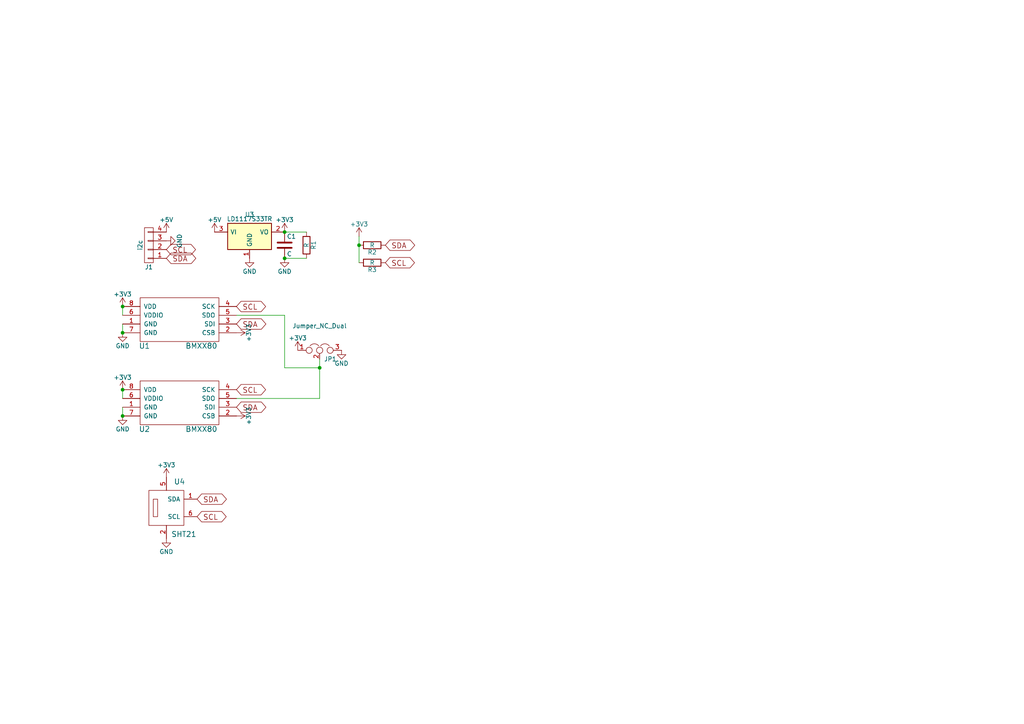
<source format=kicad_sch>
(kicad_sch (version 20230121) (generator eeschema)
  (paper "A4")
  (lib_symbols
    (symbol "i2c_sensors-rescue:+3.3V" (power) (pin_names (offset 0))
      (property "Value" "+3.3V" (at 0 3.556 0))
      (symbol "+3.3V_0_1"
        (polyline (pts (xy -0.762 1.27) (xy 0 2.54)))
        (polyline (pts (xy 0 0) (xy 0 2.54)))
        (polyline (pts (xy 0 2.54) (xy 0.762 1.27)))
      )
      (symbol "+3.3V_1_1"
        (pin power_in line (at 0 0 90) (length 0) hide (name "+3V3") (number "1"))
      )
    )
    (symbol "i2c_sensors-rescue:+5V" (power) (pin_names (offset 0))
      (property "Value" "+5V" (at 0 3.556 0))
      (symbol "+5V_0_1"
        (polyline (pts (xy -0.762 1.27) (xy 0 2.54)))
        (polyline (pts (xy 0 0) (xy 0 2.54)))
        (polyline (pts (xy 0 2.54) (xy 0.762 1.27)))
      )
      (symbol "+5V_1_1"
        (pin power_in line (at 0 0 90) (length 0) hide (name "+5V") (number "1"))
      )
    )
    (symbol "i2c_sensors-rescue:BMXX80" (pin_names (offset 1.016))
      (property "Reference" "U" (at -10.16 -7.62 0))
      (property "Value" "BMXX80" (at 6.35 -7.62 0))
      (symbol "BMXX80_0_1"
        (rectangle (start -11.43 6.35) (end 11.43 -6.35))
      )
      (symbol "BMXX80_1_1"
        (pin power_in line (at -16.51 -1.27 0) (length 5.08) (name "GND") (number "1"))
        (pin input line (at 16.51 -3.81 180) (length 5.08) (name "CSB") (number "2"))
        (pin bidirectional line (at 16.51 -1.27 180) (length 5.08) (name "SDI") (number "3"))
        (pin input line (at 16.51 3.81 180) (length 5.08) (name "SCK") (number "4"))
        (pin bidirectional line (at 16.51 1.27 180) (length 5.08) (name "SDO") (number "5"))
        (pin power_in line (at -16.51 1.27 0) (length 5.08) (name "VDDIO") (number "6"))
        (pin power_in line (at -16.51 -3.81 0) (length 5.08) (name "GND") (number "7"))
        (pin power_in line (at -16.51 3.81 0) (length 5.08) (name "VDD") (number "8"))
      )
    )
    (symbol "i2c_sensors-rescue:C" (pin_numbers hide) (pin_names (offset 0.254))
      (property "Reference" "C" (at 0.635 2.54 0))
      (property "Value" "C" (at 0.635 -2.54 0))
      (symbol "C_0_1"
        (polyline (pts (xy -2.032 -0.762) (xy 2.032 -0.762)) (stroke (width 0.508)))
        (polyline (pts (xy -2.032 0.762) (xy 2.032 0.762)) (stroke (width 0.508)))
      )
      (symbol "C_1_1"
        (pin passive line (at 0 3.81 270) (length 2.794) (name "~") (number "1"))
        (pin passive line (at 0 -3.81 90) (length 2.794) (name "~") (number "2"))
      )
    )
    (symbol "i2c_sensors-rescue:CONN_01X04" (pin_names (offset 1.016) hide)
      (property "Reference" "J" (at 0 6.35 0))
      (property "Value" "CONN_01X04" (at 2.54 0 90))
      (symbol "CONN_01X04_0_1"
        (rectangle (start -1.27 -3.683) (end 0.254 -3.937))
        (rectangle (start -1.27 -1.143) (end 0.254 -1.397))
        (rectangle (start -1.27 1.397) (end 0.254 1.143))
        (rectangle (start -1.27 3.937) (end 0.254 3.683))
        (rectangle (start -1.27 5.08) (end 1.27 -5.08))
      )
      (symbol "CONN_01X04_1_1"
        (pin passive line (at -5.08 3.81 0) (length 3.81) (name "P1") (number "1"))
        (pin passive line (at -5.08 1.27 0) (length 3.81) (name "P2") (number "2"))
        (pin passive line (at -5.08 -1.27 0) (length 3.81) (name "P3") (number "3"))
        (pin passive line (at -5.08 -3.81 0) (length 3.81) (name "P4") (number "4"))
      )
    )
    (symbol "i2c_sensors-rescue:GND" (power) (pin_names (offset 0))
      (property "Value" "GND" (at 0 -3.81 0))
      (symbol "GND_0_1"
        (polyline (pts (xy 0 0) (xy 0 -1.27) (xy 1.27 -1.27) (xy 0 -2.54) (xy -1.27 -1.27) (xy 0 -1.27)))
      )
      (symbol "GND_1_1"
        (pin power_in line (at 0 0 270) (length 0) hide (name "GND") (number "1"))
      )
    )
    (symbol "i2c_sensors-rescue:Jumper_NC_Dual" (pin_names (offset 0.762) hide)
      (property "Reference" "JP" (at 1.27 -2.54 0))
      (property "Value" "Jumper_NC_Dual" (at 0 2.54 0))
      (symbol "Jumper_NC_Dual_0_1"
        (circle (center -3.048 0) (radius 0.889))
        (arc (start -0.254 1.27) (mid -1.524 1.8804) (end -2.794 1.27))
        (circle (center 0 0) (radius 0.9144))
        (arc (start 2.794 1.27) (mid 1.524 1.8804) (end 0.254 1.27))
        (circle (center 3.048 0) (radius 0.889))
        (pin passive line (at -6.35 0 0) (length 2.413) (name "1") (number "1"))
        (pin passive line (at 0 -2.54 90) (length 1.524) (name "2") (number "2"))
        (pin passive line (at 6.35 0 180) (length 2.413) (name "3") (number "3"))
      )
    )
    (symbol "i2c_sensors-rescue:LD1117S33TR" (pin_names (offset 0.762))
      (property "Reference" "U" (at 0 6.35 0))
      (property "Value" "LD1117S33TR" (at 0 5.08 0))
      (symbol "LD1117S33TR_0_1"
        (rectangle (start -6.35 -3.81) (end 6.35 3.81) (stroke (width 0.254)) (fill (type background)))
      )
      (symbol "LD1117S33TR_1_1"
        (pin power_in line (at 0 -6.35 90) (length 2.54) (name "GND") (number "1"))
        (pin power_out line (at 10.16 1.27 180) (length 3.81) (name "VO") (number "2"))
        (pin power_in line (at -10.16 1.27 0) (length 3.81) (name "VI") (number "3"))
      )
    )
    (symbol "i2c_sensors-rescue:R" (pin_numbers hide) (pin_names (offset 0))
      (property "Reference" "R" (at 2.032 0 90))
      (property "Value" "R" (at 0 0 90))
      (symbol "R_0_1"
        (rectangle (start -1.016 -2.54) (end 1.016 2.54) (stroke (width 0.254)))
      )
      (symbol "R_1_1"
        (pin passive line (at 0 3.81 270) (length 1.27) (name "~") (number "1"))
        (pin passive line (at 0 -3.81 90) (length 1.27) (name "~") (number "2"))
      )
    )
    (symbol "i2c_sensors-rescue:SHT21" (pin_names (offset 1.016))
      (property "Reference" "U" (at 3.81 7.62 0))
      (property "Value" "SHT21" (at 5.08 -7.62 0))
      (symbol "SHT21_0_1"
        (rectangle (start -5.08 5.08) (end 5.08 -5.08))
        (rectangle (start -3.81 2.54) (end -2.54 -2.54))
      )
      (symbol "SHT21_1_1"
        (pin bidirectional line (at 8.89 2.54 180) (length 3.81) (name "SDA") (number "1"))
        (pin power_in line (at 0 -8.89 90) (length 3.81) (name "~") (number "2"))
        (pin power_in line (at 0 8.89 270) (length 3.81) (name "~") (number "5"))
        (pin input line (at 8.89 -2.54 180) (length 3.81) (name "SCL") (number "6"))
      )
    )
  )
  (junction (at 104.14 71.12))
  (junction (at 35.56 113.03))
  (junction (at 35.56 88.9))
  (junction (at 92.71 106.68))
  (junction (at 35.56 96.52))
  (junction (at 82.55 74.93))
  (junction (at 82.55 67.31))
  (junction (at 35.56 120.65))
  (wire (pts (xy 92.71 104.14) (xy 92.71 106.68)))
  (wire (pts (xy 35.56 120.65) (xy 35.56 118.11)))
  (wire (pts (xy 88.9 67.31) (xy 82.55 67.31)))
  (wire (pts (xy 104.14 68.58) (xy 104.14 71.12)))
  (wire (pts (xy 88.9 74.93) (xy 82.55 74.93)))
  (wire (pts (xy 35.56 91.44) (xy 35.56 88.9)))
  (wire (pts (xy 35.56 115.57) (xy 35.56 113.03)))
  (wire (pts (xy 104.14 71.12) (xy 104.14 76.2)))
  (wire (pts (xy 92.71 115.57) (xy 68.58 115.57)))
  (wire (pts (xy 82.55 106.68) (xy 92.71 106.68)))
  (wire (pts (xy 92.71 106.68) (xy 92.71 115.57)))
  (wire (pts (xy 68.58 91.44) (xy 82.55 91.44)))
  (wire (pts (xy 82.55 91.44) (xy 82.55 106.68)))
  (wire (pts (xy 35.56 96.52) (xy 35.56 93.98)))
  (global_label "SDA" (shape bidirectional) (at 68.58 93.98 0) (effects (font (size 1.524 1.524))) (property "Intersheetrefs" "${INTERSHEET_REFS}" (effects hide)))
  (global_label "SCL" (shape bidirectional) (at 68.58 88.9 0) (effects (font (size 1.524 1.524))) (property "Intersheetrefs" "${INTERSHEET_REFS}" (effects hide)))
  (global_label "SDA" (shape bidirectional) (at 48.26 74.93 0) (effects (font (size 1.524 1.524))) (property "Intersheetrefs" "${INTERSHEET_REFS}" (effects hide)))
  (global_label "SCL" (shape bidirectional) (at 68.58 113.03 0) (effects (font (size 1.524 1.524))) (property "Intersheetrefs" "${INTERSHEET_REFS}" (effects hide)))
  (global_label "SDA" (shape bidirectional) (at 111.76 71.12 0) (effects (font (size 1.524 1.524))) (property "Intersheetrefs" "${INTERSHEET_REFS}" (effects hide)))
  (global_label "SCL" (shape bidirectional) (at 48.26 72.39 0) (effects (font (size 1.524 1.524))) (property "Intersheetrefs" "${INTERSHEET_REFS}" (effects hide)))
  (global_label "SDA" (shape bidirectional) (at 68.58 118.11 0) (effects (font (size 1.524 1.524))) (property "Intersheetrefs" "${INTERSHEET_REFS}" (effects hide)))
  (global_label "SCL" (shape bidirectional) (at 111.76 76.2 0) (effects (font (size 1.524 1.524))) (property "Intersheetrefs" "${INTERSHEET_REFS}" (effects hide)))
  (global_label "SDA" (shape bidirectional) (at 57.15 144.78 0) (effects (font (size 1.524 1.524))) (property "Intersheetrefs" "${INTERSHEET_REFS}" (effects hide)))
  (global_label "SCL" (shape bidirectional) (at 57.15 149.86 0) (effects (font (size 1.524 1.524))) (property "Intersheetrefs" "${INTERSHEET_REFS}" (effects hide)))
  (symbol (lib_id "i2c_sensors-rescue:LD1117S33TR") (at 72.39 68.58 0) (unit 1)
    (property "Reference" "U3" (at 72.39 62.23 0))
    (property "Value" "LD1117S33TR" (at 72.39 63.5 0))
    (property "Footprint" "TO_SOT_Packages_SMD:SOT-223" (effects hide))
  )
  (symbol (lib_id "i2c_sensors-rescue:CONN_01X04") (at 43.18 71.12 180) (unit 1)
    (property "Reference" "J1" (at 43.18 77.47 0))
    (property "Value" "i2c" (at 40.64 71.12 90))
    (property "Footprint" "Pin_Headers:Pin_Header_Straight_1x04_Pitch2.54mm" (effects hide))
  )
  (symbol (lib_id "i2c_sensors-rescue:+5V") (at 48.26 67.31 0) (unit 1)
    (property "Reference" "#PWR01" (effects hide))
    (property "Value" "+5V" (at 48.26 63.754 0))
  )
  (symbol (lib_id "i2c_sensors-rescue:GND") (at 48.26 69.85 90) (unit 1)
    (property "Reference" "#PWR02" (effects hide))
    (property "Value" "GND" (at 52.07 69.85 0))
  )
  (symbol (lib_id "i2c_sensors-rescue:C") (at 82.55 71.12 0) (unit 1)
    (property "Reference" "C1" (at 83.185 68.58 0) (effects (justify left)))
    (property "Value" "C" (at 83.185 73.66 0) (effects (justify left)))
    (property "Footprint" "Capacitors_SMD:C_0805" (effects hide))
  )
  (symbol (lib_id "i2c_sensors-rescue:R") (at 107.95 71.12 270) (unit 1)
    (property "Reference" "R2" (at 107.95 73.152 90))
    (property "Value" "R" (at 107.95 71.12 90))
    (property "Footprint" "Resistors_SMD:R_0805" (effects hide))
  )
  (symbol (lib_id "i2c_sensors-rescue:R") (at 107.95 76.2 270) (unit 1)
    (property "Reference" "R3" (at 107.95 78.232 90))
    (property "Value" "R" (at 107.95 76.2 90))
    (property "Footprint" "Resistors_SMD:R_0805" (effects hide))
  )
  (symbol (lib_id "i2c_sensors-rescue:BMXX80") (at 52.07 116.84 0) (unit 1)
    (property "Reference" "U2" (at 41.91 124.46 0) (effects (font (size 1.524 1.524))))
    (property "Value" "BMXX80" (at 58.42 124.46 0) (effects (font (size 1.524 1.524))))
    (property "Footprint" "bosch:BME280" (effects hide))
  )
  (symbol (lib_id "i2c_sensors-rescue:R") (at 88.9 71.12 0) (unit 1)
    (property "Reference" "R1" (at 90.932 71.12 90))
    (property "Value" "R" (at 88.9 71.12 90))
    (property "Footprint" "Resistors_SMD:R_0805" (effects hide))
  )
  (symbol (lib_id "i2c_sensors-rescue:BMXX80") (at 52.07 92.71 0) (unit 1)
    (property "Reference" "U1" (at 41.91 100.33 0) (effects (font (size 1.524 1.524))))
    (property "Value" "BMXX80" (at 58.42 100.33 0) (effects (font (size 1.524 1.524))))
    (property "Footprint" "bosch:BME280" (effects hide))
  )
  (symbol (lib_id "i2c_sensors-rescue:+5V") (at 62.23 67.31 0) (unit 1)
    (property "Reference" "#PWR03" (effects hide))
    (property "Value" "+5V" (at 62.23 63.754 0))
  )
  (symbol (lib_id "i2c_sensors-rescue:GND") (at 72.39 74.93 0) (unit 1)
    (property "Reference" "#PWR04" (effects hide))
    (property "Value" "GND" (at 72.39 78.74 0))
  )
  (symbol (lib_id "i2c_sensors-rescue:+3.3V") (at 82.55 67.31 0) (unit 1)
    (property "Reference" "#PWR05" (effects hide))
    (property "Value" "+3.3V" (at 82.55 63.754 0))
  )
  (symbol (lib_id "i2c_sensors-rescue:GND") (at 82.55 74.93 0) (unit 1)
    (property "Reference" "#PWR06" (effects hide))
    (property "Value" "GND" (at 82.55 78.74 0))
  )
  (symbol (lib_id "i2c_sensors-rescue:SHT21") (at 48.26 147.32 0) (unit 1)
    (property "Reference" "U4" (at 52.07 139.7 0) (effects (font (size 1.524 1.524))))
    (property "Value" "SHT21" (at 53.34 154.94 0) (effects (font (size 1.524 1.524))))
    (property "Footprint" "Housings_DFN_QFN:DFN-6-1EP_3x3mm_Pitch0.95mm" (effects hide))
  )
  (symbol (lib_id "i2c_sensors-rescue:GND") (at 35.56 96.52 0) (unit 1)
    (property "Reference" "#PWR07" (effects hide))
    (property "Value" "GND" (at 35.56 100.33 0))
  )
  (symbol (lib_id "i2c_sensors-rescue:GND") (at 35.56 120.65 0) (unit 1)
    (property "Reference" "#PWR08" (effects hide))
    (property "Value" "GND" (at 35.56 124.46 0))
  )
  (symbol (lib_id "i2c_sensors-rescue:+3.3V") (at 35.56 88.9 0) (unit 1)
    (property "Reference" "#PWR09" (effects hide))
    (property "Value" "+3.3V" (at 35.56 85.344 0))
  )
  (symbol (lib_id "i2c_sensors-rescue:+3.3V") (at 35.56 113.03 0) (unit 1)
    (property "Reference" "#PWR010" (effects hide))
    (property "Value" "+3.3V" (at 35.56 109.474 0))
  )
  (symbol (lib_id "i2c_sensors-rescue:+3.3V") (at 104.14 68.58 0) (unit 1)
    (property "Reference" "#PWR011" (effects hide))
    (property "Value" "+3.3V" (at 104.14 65.024 0))
  )
  (symbol (lib_id "i2c_sensors-rescue:+3.3V") (at 68.58 96.52 270) (unit 1)
    (property "Reference" "#PWR012" (effects hide))
    (property "Value" "+3.3V" (at 72.136 96.52 0))
  )
  (symbol (lib_id "i2c_sensors-rescue:+3.3V") (at 68.58 120.65 270) (unit 1)
    (property "Reference" "#PWR013" (effects hide))
    (property "Value" "+3.3V" (at 72.136 120.65 0))
  )
  (symbol (lib_id "i2c_sensors-rescue:+3.3V") (at 48.26 138.43 0) (unit 1)
    (property "Reference" "#PWR014" (effects hide))
    (property "Value" "+3.3V" (at 48.26 134.874 0))
  )
  (symbol (lib_id "i2c_sensors-rescue:GND") (at 48.26 156.21 0) (unit 1)
    (property "Reference" "#PWR015" (effects hide))
    (property "Value" "GND" (at 48.26 160.02 0))
  )
  (symbol (lib_id "i2c_sensors-rescue:Jumper_NC_Dual") (at 92.71 101.6 0) (unit 1)
    (property "Reference" "JP1" (at 93.98 104.14 0) (effects (justify left)))
    (property "Value" "Jumper_NC_Dual" (at 92.71 95.25 0) (effects (justify bottom)))
    (property "Footprint" "Pin_Headers:Pin_Header_Straight_1x03_Pitch2.54mm" (effects hide))
  )
  (symbol (lib_id "i2c_sensors-rescue:+3.3V") (at 86.36 101.6 0) (unit 1)
    (property "Reference" "#PWR016" (effects hide))
    (property "Value" "+3.3V" (at 86.36 98.044 0))
  )
  (symbol (lib_id "i2c_sensors-rescue:GND") (at 99.06 101.6 0) (unit 1)
    (property "Reference" "#PWR017" (effects hide))
    (property "Value" "GND" (at 99.06 105.41 0))
  )
)
</source>
